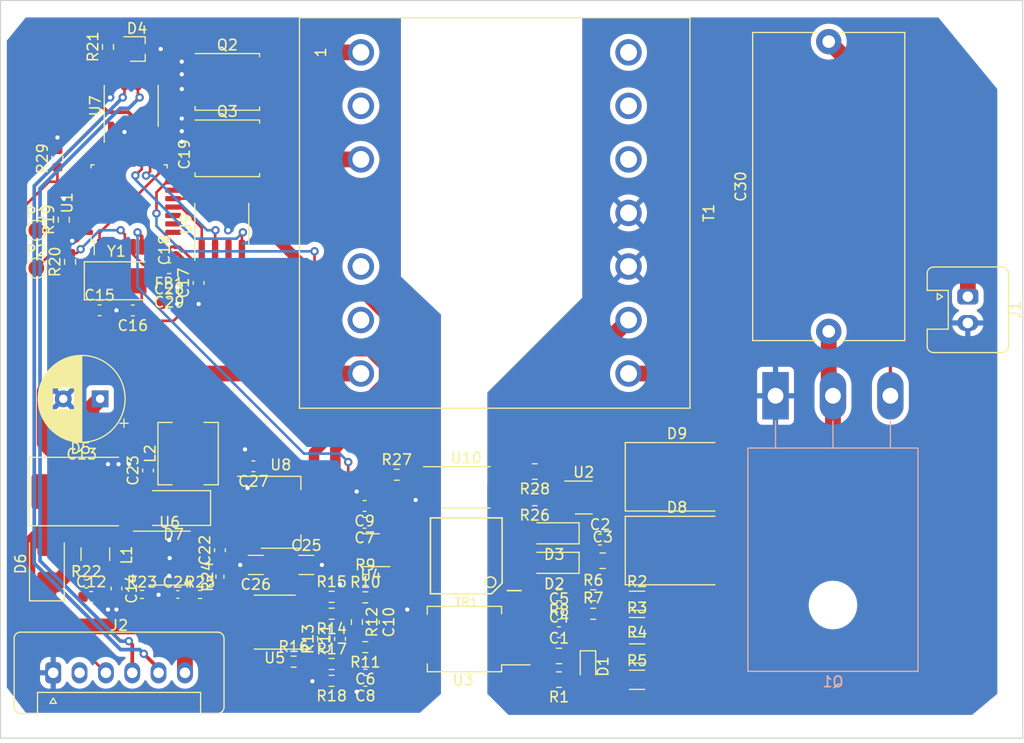
<source format=kicad_pcb>
(kicad_pcb (version 20240108) (generator "pcbnew") (generator_version "8.0")
  (layers (0 "F.Cu" signal) (31 "B.Cu" signal) (34 "B.Paste" user) (35 "F.Paste" user) (36 "B.SilkS" user "B.Silkscreen") (37 "F.SilkS" user "F.Silkscreen") (38 "B.Mask" user) (39 "F.Mask" user) (44 "Edge.Cuts" user))
  (net 0 "")
  (net 1 "/ISO+5V")
  (net 2 "GNDA")
  (net 3 "Net-(D2-K)")
  (net 4 "Net-(U3-VINP)")
  (net 5 "Net-(U3-VINN)")
  (net 6 "+3V3")
  (net 7 "GND")
  (net 8 "Net-(C10-Pad1)")
  (net 9 "Net-(C10-Pad2)")
  (net 10 "Net-(C11-Pad1)")
  (net 11 "Net-(C11-Pad2)")
  (net 12 "Net-(C12-Pad1)")
  (net 13 "Net-(U6-EN)")
  (net 14 "Net-(U1-PF0)")
  (net 15 "Net-(U1-PF1)")
  (net 16 "Net-(U6-SS)")
  (net 17 "Net-(U6-BOOT)")
  (net 18 "Net-(D7-K)")
  (net 19 "+5V")
  (net 20 "Net-(U6-FB)")
  (net 21 "+3.3V")
  (net 22 "Net-(U1-VDDA)")
  (net 23 "Net-(D1-A)")
  (net 24 "Net-(D2-A)")
  (net 25 "Net-(D3-A)")
  (net 26 "/CANL")
  (net 27 "/CANH")
  (net 28 "/12V_RAW")
  (net 29 "+12V")
  (net 30 "/HV_OUT")
  (net 31 "Net-(Q1-G)")
  (net 32 "Net-(Q2-G)")
  (net 33 "Net-(Q2-D)")
  (net 34 "Net-(Q3-G)")
  (net 35 "Net-(Q3-D)")
  (net 36 "Net-(R2-Pad2)")
  (net 37 "Net-(R3-Pad2)")
  (net 38 "Net-(R4-Pad2)")
  (net 39 "Net-(R5-Pad2)")
  (net 40 "Net-(U3-VOUTN)")
  (net 41 "Net-(U3-VOUTP)")
  (net 42 "Net-(U5A--)")
  (net 43 "Net-(U5A-+)")
  (net 44 "Net-(R16-Pad2)")
  (net 45 "Net-(D8-A)")
  (net 46 "/Boot0")
  (net 47 "Net-(P2-Pin_1)")
  (net 48 "Net-(U6-RT)")
  (net 49 "/IN_OUT")
  (net 50 "Net-(R27-Pad2)")
  (net 56 "/ENA")
  (net 57 "/ENB")
  (net 59 "Net-(U1-PA8)")
  (net 60 "Net-(U1-PA9)")
  (net 62 "/RXDCAN")
  (net 63 "/TXDCAN")
  (net 72 "Net-(U4-D1)")
  (net 73 "Net-(U4-D2)")
  (net 74 "Net-(R26-Pad2)")
  (net 75 "Net-(D9-A)")
  (net 76 "/HV")
  (net 77 "Net-(J1-Pin_1)")
  (net 78 "/IGN_IN")
  (footprint "Capacitor_SMD:C_0603_1608Metric" (layer "F.Cu") (at 167.6225 125.965 180)
    (property "Reference" "C6")
    (property "Value" "100n")
  )
  (footprint "Resistor_SMD:R_0402_1005Metric" (layer "F.Cu") (at 153.8225 117.675 90)
    (property "Reference" "R24")
    (property "Value" "12k")
  )
  (footprint "Package_SO:SOIC-8_3.9x4.9mm_P1.27mm" (layer "F.Cu") (at 154 84.2 90)
    (property "Reference" "U9")
    (property "Value" "FAN3223")
  )
  (footprint "Capacitor_SMD:C_0603_1608Metric" (layer "F.Cu") (at 148.9875 91.8)
    (property "Reference" "C28")
    (property "Value" "4.7uF")
  )
  (footprint "Capacitor_SMD:C_0805_2012Metric" (layer "F.Cu") (at 186 125.2)
    (property "Reference" "C1")
    (property "Value" "10u")
  )
  (footprint "Resistor_SMD:R_0603_1608Metric" (layer "F.Cu") (at 167.6225 119.64)
    (property "Reference" "R10")
    (property "Value" "100")
  )
  (footprint "Capacitor_THT:CP_Radial_D8.0mm_P3.50mm" (layer "F.Cu") (at 142.452651 100.8 180)
    (property "Reference" "C13")
    (property "Value" "56u")
  )
  (footprint "Capacitor_SMD:C_0603_1608Metric" (layer "F.Cu") (at 149 90.2 180)
    (property "Reference" "C29")
    (property "Value" "100nF")
  )
  (footprint "Transformer_THT:Transformer_EPCOS_B66359A1013T_Horizontal" (layer "F.Cu") (at 167.2 67.92 -90)
    (property "Reference" "T1")
    (property "Value" "~")
  )
  (footprint "Resistor_SMD:R_0603_1608Metric" (layer "F.Cu") (at 164.4225 127.565 180)
    (property "Reference" "R18")
    (property "Value" "3.3k")
  )
  (footprint "Capacitor_SMD:C_0603_1608Metric" (layer "F.Cu") (at 144 118.8 -90)
    (property "Reference" "C14")
    (property "Value" "1u")
  )
  (footprint "Inductor_SMD:L_1210_3225Metric" (layer "F.Cu") (at 142 115.54 90)
    (property "Reference" "L1")
    (property "Value" "2.2u")
  )
  (footprint "Package_TO_SOT_SMD:SOT-23-5" (layer "F.Cu") (at 168.1475 115.165 180)
    (property "Reference" "U4")
    (property "Value" "SN6501DBV")
  )
  (footprint "Resistor_SMD:R_0603_1608Metric" (layer "F.Cu") (at 167.6225 117.99)
    (property "Reference" "R9")
    (property "Value" "100")
  )
  (footprint "TestPoint:TestPoint_Pad_D1.5mm" (layer "F.Cu") (at 136.4 84.8)
    (property "Reference" "P1")
    (property "Value" "Pad")
  )
  (footprint "Capacitor_SMD:C_0603_1608Metric" (layer "F.Cu") (at 189.8975 114.165)
    (property "Reference" "C2")
    (property "Value" "100n")
  )
  (footprint "Resistor_SMD:R_0805_2012Metric" (layer "F.Cu") (at 183.7 107.7 180)
    (property "Reference" "R28")
    (property "Value" "4.7к")
  )
  (footprint "TestPoint:TestPoint_Pad_D1.5mm" (layer "F.Cu") (at 136.4 88.4)
    (property "Reference" "P2")
    (property "Value" "Pad")
  )
  (footprint "Capacitor_SMD:C_1206_3216Metric" (layer "F.Cu") (at 157.2225 116.565 180)
    (property "Reference" "C26")
    (property "Value" "10u")
  )
  (footprint "Resistor_SMD:R_0603_1608Metric" (layer "F.Cu") (at 164.4225 121.19 180)
    (property "Reference" "R14")
    (property "Value" "5.6k")
  )
  (footprint "Connector_Stocko:Stocko_MKS_1656-6-0-606_1x6_P2.50mm_Vertical" (layer "F.Cu") (at 138 126.8)
    (property "Reference" "J2")
    (property "Value" "Conn_01x06")
  )
  (footprint "Capacitor_SMD:C_0603_1608Metric" (layer "F.Cu") (at 168.4225 121.99 -90)
    (property "Reference" "C10")
    (property "Value" "2.2n")
  )
  (footprint "Package_TO_SOT_SMD:SOT-23-5" (layer "F.Cu") (at 188.3475 110.165)
    (property "Reference" "U2")
    (property "Value" "TPS76350")
  )
  (footprint "Connector_Stocko:Stocko_MKS_1652-6-0-202_1x2_P2.50mm_Vertical" (layer "F.Cu") (at 224.8 91.1 -90)
    (property "Reference" "J1")
    (property "Value" "Conn_01x02")
  )
  (footprint "Capacitor_SMD:C_0402_1005Metric" (layer "F.Cu") (at 149.8225 119.365)
    (property "Reference" "C24")
    (property "Value" "330p")
  )
  (footprint "Capacitor_SMD:C_0603_1608Metric" (layer "F.Cu") (at 186 122.95)
    (property "Reference" "C4")
    (property "Value" "100n")
  )
  (footprint "Capacitor_SMD:C_0201_0603Metric" (layer "F.Cu") (at 149.6 86.68 90)
    (property "Reference" "C18")
    (property "Value" "100n")
  )
  (footprint "Resistor_SMD:R_0603_1608Metric" (layer "F.Cu") (at 139 83.8 90)
    (property "Reference" "R19")
    (property "Value" "10K")
  )
  (footprint "Resistor_SMD:R_0805_2012Metric" (layer "F.Cu") (at 186 127.45 180)
    (property "Reference" "R1")
    (property "Value" "470")
  )
  (footprint "Resistor_SMD:R_1206_3216Metric" (layer "F.Cu") (at 193.41 127.465)
    (property "Reference" "R5")
    (property "Value" "470K")
  )
  (footprint "Package_TO_SOT_SMD:SOT-223-3_TabPin2" (layer "F.Cu") (at 159.5975 111.565)
    (property "Reference" "U8")
    (property "Value" "AMS1117-3.3")
  )
  (footprint "Resistor_SMD:R_1206_3216Metric" (layer "F.Cu") (at 193.41 124.965)
    (property "Reference" "R4")
    (property "Value" "470K")
  )
  (footprint "Diode_SMD:D_SMA" (layer "F.Cu") (at 149.4225 111.165 180)
    (property "Reference" "D7")
    (property "Value" "D_Schottky")
  )
  (footprint "Resistor_SMD:R_0603_1608Metric" (layer "F.Cu") (at 138.4 78 90)
    (property "Reference" "R29")
    (property "Value" "10K")
  )
  (footprint "Capacitor_SMD:C_0603_1608Metric" (layer "F.Cu") (at 167.5475 110.965 180)
    (property "Reference" "C9")
    (property "Value" "10u")
  )
  (footprint "Resistor_SMD:R_0402_1005Metric" (layer "F.Cu") (at 151.9325 119.365)
    (property "Reference" "R25")
    (property "Value" "68k")
  )
  (footprint "Package_QFP:LQFP-32_7x7mm_P0.8mm" (layer "F.Cu") (at 145.2 82.2 90)
    (property "Reference" "U1")
    (property "Value" "STM32F334K8Tx")
  )
  (footprint "Capacitor_SMD:C_1206_3216Metric" (layer "F.Cu") (at 162.0225 116.565)
    (property "Reference" "C25")
    (property "Value" "10u")
  )
  (footprint "Capacitor_SMD:C_0603_1608Metric" (layer "F.Cu") (at 167.5475 112.565 180)
    (property "Reference" "C7")
    (property "Value" "100n")
  )
  (footprint "Crystal:Crystal_SMD_5032-2Pin_5.0x3.2mm" (layer "F.Cu") (at 144 89.6)
    (property "Reference" "Y1")
    (property "Value" "8MHz")
  )
  (footprint "Capacitor_SMD:C_0805_2012Metric" (layer "F.Cu") (at 190.1475 116.165)
    (property "Reference" "C3")
    (property "Value" "10u")
  )
  (footprint "Resistor_SMD:R_1206_3216Metric" (layer "F.Cu") (at 193.41 119.965)
    (property "Reference" "R2")
    (property "Value" "470K")
  )
  (footprint "Diode_SMD:D_SMC" (layer "F.Cu") (at 197.2 115.2)
    (property "Reference" "D8")
    (property "Value" "ES3J")
  )
  (footprint "Resistor_SMD:R_0402_1005Metric" (layer "F.Cu") (at 141.1325 118.365)
    (property "Reference" "R22")
    (property "Value" "1")
  )
  (footprint "Capacitor_SMD:C_0603_1608Metric" (layer "F.Cu") (at 141.6 119.6)
    (property "Reference" "C12")
    (property "Value" "4.7u")
  )
  (footprint "Resistor_SMD:R_0603_1608Metric" (layer "F.Cu") (at 164.4225 119.59)
    (property "Reference" "R15")
    (property "Value" "33K")
  )
  (footprint "Package_SO:SOIC-8_3.9x4.9mm_P1.27mm" (layer "F.Cu") (at 159.0225 121.99 180)
    (property "Reference" "U5")
    (property "Value" "OPA2197IDR")
  )
  (footprint "Package_SO:SOIC-4_4.55x3.7mm_P2.54mm" (layer "F.Cu") (at 177.2 109.2)
    (property "Reference" "U10")
    (property "Value" "TLP185")
  )
  (footprint "Package_TO_SOT_SMD:TDSON-8-1" (layer "F.Cu") (at 154.525 70.72)
    (property "Reference" "Q2")
    (property "Value" "BSC026N08NS5")
  )
  (footprint "Resistor_SMD:R_0603_1608Metric" (layer "F.Cu") (at 167.6225 124.365 180)
    (property "Reference" "R11")
    (property "Value" "1k")
  )
  (footprint "Diode_SMD:D_SMC" (layer "F.Cu") (at 140.6 109.6)
    (property "Reference" "D5")
    (property "Value" "SM15T33CA")
  )
  (footprint "Resistor_SMD:R_0603_1608Metric" (layer "F.Cu") (at 143.2 67.4 90)
    (property "Reference" "R21")
    (property "Value" "120")
  )
  (footprint "Capacitor_SMD:C_0603_1608Metric" (layer "F.Cu") (at 153.8225 115.165 90)
    (property "Reference" "C22")
    (property "Value" "10n")
  )
  (footprint "Diode_SMD:D_SMC" (layer "F.Cu") (at 197.2 108.2)
    (property "Reference" "D9")
    (property "Value" "ES3J")
  )
  (footprint "Resistor_SMD:R_0603_1608Metric" (layer "F.Cu") (at 164.4225 125.965)
    (property "Reference" "R17")
    (property "Value" "10k")
  )
  (footprint "Capacitor_THT:C_Rect_L29.0mm_W14.2mm_P27.50mm_MKT" (layer "F.Cu") (at 211.6 94.4 90)
    (property "Reference" "C30")
    (property "Value" "5u")
  )
  (footprint "Capacitor_SMD:C_0603_1608Metric" (layer "F.Cu") (at 142.4 92.4)
    (property "Reference" "C15")
    (property "Value" "18pF")
  )
  (footprint "Diode_SMD:D_SOD-123" (layer "F.Cu") (at 185.5475 113.565 180)
    (property "Reference" "D3")
    (property "Value" "MBR0520")
  )
  (footprint "Resistor_SMD:R_0603_1608Metric" (layer "F.Cu") (at 163.6225 123.59 90)
    (property "Reference" "R13")
    (property "Value" "5.6k")
  )
  (footprint "Capacitor_SMD:C_0603_1608Metric" (layer "F.Cu") (at 151.8 89.8 90)
    (property "Reference" "C17")
    (property "Value" "4.7u")
  )
  (footprint "Package_SO:SOIC-8-1EP_3.9x4.9mm_P1.27mm_EP2.29x3mm" (layer "F.Cu") (at 149.0525 115.915)
    (property "Reference" "U6")
    (property "Value" "LMR14020")
  )
  (footprint "Package_SO:SOIC-8_3.9x4.9mm_P1.27mm" (layer "F.Cu") (at 145.4 73 90)
    (property "Reference" "U7")
    (property "Value" "TJA1051T-3")
  )
  (footprint "Capacitor_SMD:C_0603_1608Metric" (layer "F.Cu") (at 165.2225 123.59 90)
    (property "Reference" "C11")
    (property "Value" "220p")
  )
  (footprint "Diode_SMD:D_SMA" (layer "F.Cu") (at 137.4 116.4625 90)
    (property "Reference" "D6")
    (property "Value" "D_Schottky")
  )
  (footprint "Resistor_SMD:R_0805_2012Metric" (layer "F.Cu") (at 183.7 110.2 180)
    (property "Reference" "R26")
    (property "Value" "4.7к")
  )
  (footprint "LED_SMD:LED_0603_1608Metric" (layer "F.Cu") (at 188.75 126.2 -90)
    (property "Reference" "D1")
    (property "Value" "POWER")
  )
  (footprint "Package_TO_SOT_SMD:TDSON-8-1" (layer "F.Cu") (at 154.525 77.025)
    (property "Reference" "Q3")
    (property "Value" "BSC026N08NS5")
  )
  (footprint "Resistor_SMD:R_0603_1608Metric" (layer "F.Cu") (at 186 119.45 180)
    (property "Reference" "R8")
    (property "Value" "10")
  )
  (footprint "Inductor_SMD:L_0603_1608Metric" (layer "F.Cu") (at 149 88.4 180)
    (property "Reference" "FB1")
    (property "Value" "FerriteBead")
  )
  (footprint "Resistor_SMD:R_1206_3216Metric" (layer "F.Cu") (at 193.41 122.465)
    (property "Reference" "R3")
    (property "Value" "470K")
  )
  (footprint "Capacitor_SMD:C_0603_1608Metric" (layer "F.Cu") (at 167.6225 127.565 180)
    (property "Reference" "C8")
    (property "Value" "2.2u")
  )
  (footprint "Resistor_SMD:R_0603_1608Metric" (layer "F.Cu") (at 139.6 87.8 90)
    (property "Reference" "R20")
    (property "Value" "10K")
  )
  (footprint "Package_SO:SSO-8_6.8x5.9mm_P1.27mm_Clearance8mm" (layer "F.Cu") (at 177 123.6 180)
    (property "Reference" "U3")
    (property "Value" "AMC1301")
  )
  (footprint "Capacitor_SMD:C_0603_1608Metric" (layer "F.Cu") (at 147 107.6 90)
    (property "Reference" "C23")
    (property "Value" "100n")
  )
  (footprint "Resistor_SMD:R_0402_1005Metric" (layer "F.Cu") (at 146.4225 119.365)
    (property "Reference" "R23")
    (property "Value" "10k")
  )
  (footprint "ENNOID:WURTH-760390014" (layer "F.Cu") (at 177.2 115.7 180)
    (property "Reference" "TR1")
    (property "Value" "TRANSF5" (hide yes))
  )
  (footprint "Resistor_SMD:R_0603_1608Metric" (layer "F.Cu") (at 189.25 119.45)
    (property "Reference" "R6")
    (property "Value" "1k")
  )
  (footprint "Resistor_SMD:R_0603_1608Metric" (layer "F.Cu") (at 166.8225 121.99 -90)
    (property "Reference" "R12")
    (property "Value" "1k")
  )
  (footprint "Capacitor_SMD:C_0201_0603Metric" (layer "F.Cu") (at 149.4 77.6 -90)
    (property "Reference" "C19")
    (property "Value" "100n")
  )
  (footprint "Inductor_SMD:L_Sunlord_MWSA0503S" (layer "F.Cu") (at 150.8 106 90)
    (property "Reference" "L2")
    (property "Value" "10u")
  )
  (footprint "Resistor_SMD:R_0603_1608Metric" (layer "F.Cu") (at 189.25 121.2)
    (property "Reference" "R7")
    (property "Value" "1k")
  )
  (footprint "Diode_SMD:D_SOD-123" (layer "F.Cu") (at 185.5475 116.365 180)
    (property "Reference" "D2")
    (property "Value" "MBR0520")
  )
  (footprint "Resistor_SMD:R_0603_1608Metric" (layer "F.Cu") (at 160.8225 125.74)
    (property "Reference" "R16")
    (property "Value" "33K")
  )
  (footprint "Capacitor_SMD:C_0603_1608Metric" (layer "F.Cu") (at 145.555 92.415 180)
    (property "Reference" "C16")
    (property "Value" "18pF")
  )
  (footprint "Capacitor_SMD:C_0603_1608Metric" (layer "F.Cu") (at 186 121.2)
    (property "Reference" "C5")
    (property "Value" "330p")
  )
  (footprint "Capacitor_SMD:C_0603_1608Metric" (layer "F.Cu") (at 157 107.2 180)
    (property "Reference" "C27")
    (property "Value" "4.7u")
  )
  (footprint "Resistor_SMD:R_0603_1608Metric" (layer "F.Cu") (at 170.6 108)
    (property "Reference" "R27")
    (property "Value" "10K")
  )
  (footprint "Package_TO_SOT_SMD:SOT-323_SC-70" (layer "F.Cu") (at 146 67.6)
    (property "Reference" "D4")
    (property "Value" "PESD1CAN-UX")
  )
  (footprint "Package_TO_SOT_THT:TO-247-3_Horizontal_TabDown" (layer "B.Cu") (at 206.55 100.51)
    (property "Reference" "Q1")
    (property "Value" "TIC106")
  )
  (gr_rect (start 133 63) (end 230 133) (stroke (width 0.1)) (fill none) (layer "Edge.Cuts"))
  (segment (start 186.686592 108.4) (end 188.67 108.4) (width 0.25) (layer "F.Cu") (net 1))
  (segment (start 182.3475 125.505) (end 184.745 125.505) (width 0.25) (layer "F.Cu") (net 1))
  (segment (start 179.922116 111.4) (end 180.2 111.4) (width 0.25) (layer "F.Cu") (net 1))
  (segment (start 188.67 108.4) (end 189.485 109.215) (width 0.25) (layer "F.Cu") (net 1))
  (segment (start 181.715 125.505) (end 180.2 123.99) (width 0.25) (layer "F.Cu") (net 1))
  (segment (start 185.05 125.2) (end 185.05 123.125) (width 0.25) (layer "F.Cu") (net 1))
  (segment (start 180.2 123.99) (end 180.2 111.4) (width 0.25) (layer "F.Cu") (net 1))
  (segment (start 179.325 110.802884) (end 179.922116 111.4) (width 0.25) (layer "F.Cu") (net 1))
  (segment (start 186.2 110.1451) (end 186.2 108.886592) (width 0.25) (layer "F.Cu") (net 1))
  (segment (start 184.745 125.505) (end 185.05 125.2) (width 0.25) (layer "F.Cu") (net 1))
  (segment (start 185.0875 127.45) (end 185.0875 125.2375) (width 0.25) (layer "F.Cu") (net 1))
  (segment (start 179.325 109.055) (end 179.325 110.802884) (width 0.25) (layer "F.Cu") (net 1))
  (segment (start 186.2 108.886592) (end 186.686592 108.4) (width 0.25) (layer "F.Cu") (net 1))
  (segment (start 180.45 107.93) (end 179.325 109.055) (width 0.25) (layer "F.Cu") (net 1))
  (segment (start 185.05 123.125) (end 185.225 122.95) (width 0.25) (layer "F.Cu") (net 1))
  (segment (start 185.0875 125.2375) (end 185.05 125.2) (width 0.25) (layer "F.Cu") (net 1))
  (segment (start 180.2 111.4) (end 184.9451 111.4) (width 0.25) (layer "F.Cu") (net 1))
  (segment (start 184.9451 111.4) (end 186.2 110.1451) (width 0.25) (layer "F.Cu") (net 1))
  (segment (start 182.3475 125.505) (end 181.715 125.505) (width 0.25) (layer "F.Cu") (net 1))
  (segment (start 188.1975 110.8025) (end 187.885 111.115) (width 0.25) (layer "F.Cu") (net 3))
  (segment (start 187.1975 113.565) (end 188.5225 113.565) (width 0.25) (layer "F.Cu") (net 3))
  (segment (start 188.1975 109.540001) (end 188.1975 110.8025) (width 0.25) (layer "F.Cu") (net 3))
  (segment (start 187.872499 109.215) (end 188.1975 109.540001) (width 0.25) (layer "F.Cu") (net 3))
  (segment (start 187.1975 111.1275) (end 187.21 111.115) (width 0.25) (layer "F.Cu") (net 3))
  (segment (start 188.5225 113.565) (end 189.1225 114.165) (width 0.25) (layer "F.Cu") (net 3))
  (segment (start 187.1975 116.365) (end 188.9975 116.365) (width 0.25) (layer "F.Cu") (net 3))
  (segment (start 187.21 109.215) (end 187.872499 109.215) (width 0.25) (layer "F.Cu") (net 3))
  (segment (start 187.1975 113.565) (end 187.1975 111.1275) (width 0.25) (layer "F.Cu") (net 3))
  (segment (start 189.1225 116.09) (end 189.1975 116.165) (width 0.25) (layer "F.Cu") (net 3))
  (segment (start 189.1225 114.165) (end 189.1225 116.09) (width 0.25) (layer "F.Cu") (net 3))
  (segment (start 187.885 111.115) (end 187.21 111.115) (width 0.25) (layer "F.Cu") (net 3))
  (segment (start 188.9975 116.365) (end 189.1975 116.165) (width 0.25) (layer "F.Cu") (net 3))
  (segment (start 181.235 124.235) (end 182.3475 124.235) (width 0.25) (layer "F.Cu") (net 4))
  (segment (start 185.225 119.5) (end 185.175 119.45) (width 0.25) (layer "F.Cu") (net 4))
  (segment (start 185.225 121.2) (end 185.075 121.05) (width 0.25) (layer "F.Cu") (net 4))
  (segment (start 181.07 121.13) (end 181.07 124.07) (width 0.25) (layer "F.Cu") (net 4))
  (segment (start 181.15 121.05) (end 181.07 121.13) (width 0.25) (layer "F.Cu") (net 4))
  (segment (start 181.07 124.07) (end 181.235 124.235) (width 0.25) (layer "F.Cu") (net 4))
  (segment (start 185.075 121.05) (end 181.15 121.05) (width 0.25) (layer "F.Cu") (net 4))
  (segment (start 185.225 121.2) (end 185.225 119.5) (width 0.25) (layer "F.Cu") (net 4))
  (segment (start 183.945 122) (end 185.975 122) (width 0.25) (layer "F.Cu") (net 5))
  (segment (start 182.3475 122.965) (end 182.98 122.965) (width 0.25) (layer "F.Cu") (net 5))
  (segment (start 186.775 121.2) (end 188.425 121.2) (width 0.25) (layer "F.Cu") (net 5))
  (segment (start 182.98 122.965) (end 183.945 122) (width 0.25) (layer "F.Cu") (net 5))
  (segment (start 185.975 122) (end 186.775 121.2) (width 0.25) (layer "F.Cu") (net 5))
  (segment (start 172.095 115.165) (end 169.285 115.165) (width 0.25) (layer "F.Cu") (net 6))
  (segment (start 168.622501 115.165) (end 168 114.542499) (width 0.25) (layer "F.Cu") (net 6))
  (segment (start 169.285 115.165) (end 168.622501 115.165) (width 0.25) (layer "F.Cu") (net 6))
  (segment (start 168 114.542499) (end 168 112.8875) (width 0.25) (layer "F.Cu") (net 6))
  (segment (start 173.605 124.185) (end 172.285 125.505) (width 0.25) (layer "F.Cu") (net 6))
  (segment (start 168 112.8875) (end 168.3225 112.565) (width 0.25) (layer "F.Cu") (net 6))
  (segment (start 172.63 115.7) (end 172.095 115.165) (width 0.25) (layer "F.Cu") (net 6))
  (segment (start 173.605 116.675) (end 173.605 124.185) (width 0.25) (layer "F.Cu") (net 6))
  (segment (start 168.3975 125.965) (end 171.1925 125.965) (width 0.25) (layer "F.Cu") (net 6))
  (segment (start 168.3225 112.565) (end 168.3225 110.965) (width 0.25) (layer "F.Cu") (net 6))
  (segment (start 172.285 125.505) (end 171.6525 125.505) (width 0.25) (layer "F.Cu") (net 6))
  (segment (start 172.63 115.7) (end 173.605 116.675) (width 0.25) (layer "F.Cu") (net 6))
  (segment (start 168.3975 127.565) (end 168.3975 125.965) (width 0.25) (layer "F.Cu") (net 6))
  (segment (start 171.1925 125.965) (end 171.6525 125.505) (width 0.25) (layer "F.Cu") (net 6))
  (segment (start 149.375 79.4) (end 150 78.775) (width 0.35) (layer "F.Cu") (net 7))
  (segment (start 151.5275 115.28) (end 152.693118 115.28) (width 1) (layer "F.Cu") (net 7))
  (segment (start 155.7475 116.565) (end 155.1475 117.165) (width 0.35) (layer "F.Cu") (net 7))
  (segment (start 150 77.615478) (end 149.664522 77.28) (width 0.35) (layer "F.Cu") (net 7))
  (segment (start 147.965 119.365) (end 148 119.4) (width 0.35) (layer "F.Cu") (net 7))
  (segment (start 149.775 91.7875) (end 149.7625 91.8) (width 0.35) (layer "F.Cu") (net 7))
  (segment (start 167.01 114.215) (end 167.01 112.8025) (width 0.35) (layer "F.Cu") (net 7))
  (segment (start 165.2 118.4) (end 165.2 117.925) (width 0.35) (layer "F.Cu") (net 7))
  (segment (start 149.799999 87) (end 150.6 87.800001) (width 0.35) (layer "F.Cu") (net 7))
  (segment (start 144.765 92.4) (end 144.78 92.415) (width 0.35) (layer "F.Cu") (net 7))
  (segment (start 156.225 105.625) (end 156.2 105.6) (width 0.35) (layer "F.Cu") (net 7))
  (segment (start 139.8 85.8) (end 140.225 85.8) (width 0.35) (layer "F.Cu") (net 7))
  (segment (start 143.175 92.4) (end 144 92.4) (width 0.35) (layer "F.Cu") (net 7))
  (segment (start 147.4225 111.165) (end 145.565 111.165) (width 1) (layer "F.Cu") (net 7))
  (segment (start 165.2475 118.4475) (end 165.2 118.4) (width 0.35) (layer "F.Cu") (net 7))
  (segment (start 173.88 110.4) (end 173.95 110.47) (width 0.35) (layer "F.Cu") (net 7))
  (segment (start 151.625 75.12) (end 150.28 75.12) (width 1) (layer "F.Cu") (net 7))
  (segment (start 150.245 71.355) (end 150.2 71.4) (width 1) (layer "F.Cu") (net 7))
  (segment (start 150.6 89.375) (end 149.775 90.2) (width 0.35) (layer "F.Cu") (net 7))
  (segment (start 143.2 120.425) (end 142.375 119.6) (width 0.35) (layer "F.Cu") (net 7))
  (segment (start 151.625 70.085) (end 150.285 70.085) (width 1) (layer "F.Cu") (net 7))
  (segment (start 163.5625 127.6) (end 163.5975 127.565) (width 0.35) (layer "F.Cu") (net 7))
  (segment (start 146.9325 119.365) (end 147.965 119.365) (width 0.35) (layer "F.Cu") (net 7))
  (segment (start 150.2 68.8) (end 150.2 75.2) (width 1) (layer "F.Cu") (net 7))
  (segment (start 149.0525 115.915) (end 149.6875 115.28) (width 1) (layer "F.Cu") (net 7))
  (segment (start 148 118.6) (end 149 117.6) (width 0.35) (layer "F.Cu") (net 7))
  (segment (start 150.2 75.2) (end 150.2 76.4) (width 1) (layer "F.Cu") (net 7))
  (segment (start 166.7725 112.565) (end 166.7725 110.965) (width 0.35) (layer "F.Cu") (net 7))
  (segment (start 138.4 77.175) (end 138.4 76) (width 0.35) (layer "F.Cu") (net 7))
  (segment (start 167.01 112.8025) (end 166.7725 112.565) (width 0.35) (layer "F.Cu") (net 7))
  (segment (start 144 92.4) (end 144.765 92.4) (width 0.35) (layer "F.Cu") (net 7))
  (segment (start 139 82.975) (end 139 81.8) (width 0.35) (layer "F.Cu") (net 7))
  (segment (start 167.01 114.215) (end 167.01 116.115) (width 0.35) (layer "F.Cu") (net 7))
  (segment (start 166.8475 127.565) (end 166.8475 125.965) (width 0.35) (layer "F.Cu") (net 7))
  (segment (start 149.4 77.2) (end 150.2 76.4) (width 0.35) (layer "F.Cu") (net 7))
  (segment (start 149.6 87) (end 149.799999 87) (width 0.35) (layer "F.Cu") (net 7))
  (segment (start 144 109.6) (end 144 107) (width 1) (layer "F.Cu") (net 7))
  (segment (start 149.4 77.28) (end 149.4 77.2) (width 0.35) (layer "F.Cu") (net 7))
  (segment (start 144 107) (end 145.2 107) (width 1) (layer "F.Cu") (net 7))
  (segment (start 148 119.4) (end 148 118.6) (width 0.35) (layer "F.Cu") (net 7))
  (segment (start 151.625 77.66) (end 151.46 77.66) (width 1) (layer "F.Cu") (net 7))
  (segment (start 172.4 110.4) (end 173.88 110.4) (width 0.35) (layer "F.Cu") (net 7))
  (segment (start 153.583118 114.39) (end 153.8225 114.39) (width 1) (layer "F.Cu") (net 7))
  (segment (start 151.8 91.8) (end 151.8 90.575) (width 0.35) (layer "F.Cu") (net 7))
  (segment (start 149.664522 77.28) (end 149.4 77.28) (width 0.35) (layer "F.Cu") (net 7))
  (segment (start 162.6 127.6) (end 163.5625 127.6) (width 0.35) (layer "F.Cu") (net 7))
  (segment (start 143.4 72.2) (end 143.4 70.62) (width 0.35) (layer "F.Cu") (net 7))
  (segment (start 150.285 70.085) (end 150.2 70) (width 1) (layer "F.Cu") (net 7))
  (segment (start 166.7725 109.6275) (end 166.8 109.6) (width 0.35) (layer "F.Cu") (net 7))
  (segment (start 147 67.6) (end 148.2 67.6) (width 0.35) (layer "F.Cu") (net 7))
  (segment (start 150.215 68.815) (end 150.2 68.8) (width 1) (layer "F.Cu") (net 7))
  (segment (start 143.4 70.62) (end 143.495 70.525) (width 0.35) (layer "F.Cu") (net 7))
  (segment (start 143.2 120.8) (end 143.2 120.425) (width 0.35) (layer "F.Cu") (net 7))
  (segment (start 156.225 107.2) (end 156.225 105.625) (width 0.35) (layer "F.Cu") (net 7))
  (segment (start 151.625 71.355) (end 150.245 71.355) (width 1) (layer "F.Cu") (net 7))
  (segment (start 149.6875 115.28) (end 151.5275 115.28) (width 1) (layer "F.Cu") (net 7))
  (segment (start 144 119.575) (end 144 120.8) (width 0.35) (layer "F.Cu") (net 7))
  (segment (start 171.6525 120.8525) (end 171.6 120.8) (width 0.35) (layer "F.Cu") (net 7))
  (segment (start 151.625 68.815) (end 150.215 68.815) (width 1) (layer "F.Cu") (net 7))
  (segment (start 151.625 76.39) (end 150.21 76.39) (width 1) (layer "F.Cu") (net 7))
  (segment (start 155.1475 117.165) (end 153.8225 117.165) (width 0.35) (layer "F.Cu") (net 7))
  (segment (start 145.565 111.165) (end 144 109.6) (width 1) (layer "F.Cu") (net 7))
  (segment (start 165.2475 119.59) (end 165.2475 118.4475) (width 0.35) (layer "F.Cu") (net 7))
  (segment (start 152.693118 115.28) (end 153.583118 114.39) (width 1) (layer "F.Cu") (net 7))
  (segment (start 150.28 75.12) (end 150.2 75.2) (width 1) (layer "F.Cu") (net 7))
  (segment (start 150.6 87.800001) (end 150.6 89.375) (width 0.35) (layer "F.Cu") (net 7))
  (segment (start 140.225 85.8) (end 141.025 85) (width 0.35) (layer "F.Cu") (net 7))
  (segment (start 143.2 107) (end 144 107) (width 1) (layer "F.Cu") (net 7))
  (segment (start 165.2 117.925) (end 167.01 116.115) (width 0.35) (layer "F.Cu") (net 7))
  (segment (start 166.8 127.6125) (end 166.8475 127.565) (width 0.35) (layer "F.Cu") (net 7))
  (segment (start 149.775 90.2) (end 149.775 91.7875) (width 0.35) (layer "F.Cu") (net 7))
  (segment (start 151.46 77.66) (end 150.2 76.4) (width 1) (layer "F.Cu") (net 7))
  (segment (start 166.8 128.6) (end 166.8 127.6125) (width 0.35) (layer "F.Cu") (net 7))
  (segment (start 150.21 76.39) (end 150.2 76.4) (width 1) (layer "F.Cu") (net 7))
  (segment (start 150 78.775) (end 150 77.615478) (width 0.35) (layer "F.Cu") (net 7))
  (segment (start 171.6525 121.695) (end 171.6525 120.8525) (width 0.35) (layer "F.Cu") (net 7))
  (segment (start 166.7725 110.965) (end 166.7725 109.6275) (width 0.35) (layer "F.Cu") (net 7))
  (via (at 143.4 72.2) (size 0.8) (drill 0.4) (layers "F.Cu" "B.Cu") (net 7))
  (via (at 144 120.8) (size 0.8) (drill 0.4) (layers "F.Cu" "B.Cu") (net 7))
  (via (at 165.2 118.4) (size 0.8) (drill 0.4) (layers "F.Cu" "B.Cu") (net 7))
  (via (at 139 81.8) (size 0.8) (drill 0.4) (layers "F.Cu" "B.Cu") (net 7))
  (via (at 166.8 128.6) (size 0.8) (drill 0.4) (layers "F.Cu" "B.Cu") (net 7))
  (via (at 156.2 105.6) (size 0.8) (drill 0.4) (layers "F.Cu" "B.Cu") (net 7))
  (via (at 163.4975 116.565) (size 0.8) (drill 0.4) (layers "F.Cu" "B.Cu") (net 7))
  (via (at 143.2 107) (size 0.8) (drill 0.4) (layers "F.Cu" "B.Cu") (net 7))
  (via (at 166.8 109.6) (size 0.8) (drill 0.4) (layers "F.Cu" "B.Cu") (net 7))
  (via (at 138.4 76) (size 0.8) (drill 0.4) (layers "F.Cu" "B.Cu") (net 7))
  (via (at 154.6 84.8) (size 0.8) (drill 0.4) (layers "F.Cu" "B.Cu") (net 7))
  (via (at 149.7625 91.8) (size 0.8) (drill 0.4) (layers "F.Cu" "B.Cu") (net 7))
  (via (at 151.8 91.8) (size 0.8) (drill 0.4) (layers "F.Cu" "B.Cu") (net 7))
  (via (at 148.2 67.6) (size 0.8) (drill 0.4) (layers "F.Cu" "B.Cu") (net 7))
  (via (at 143.2 120.8) (size 0.8) (drill 0.4) (layers "F.Cu" "B.Cu") (net 7))
  (via (at 148 119.4) (size 0.8) (drill 0.4) (layers "F.Cu" "B.Cu") (net 7))
  (via (at 156.4475 109.265) (size 0.8) (drill 0.4) (layers "F.Cu" "B.Cu") (net 7))
  (via (at 144.765 75.475) (size 0.8) (drill 0.4) (layers "F.Cu" "B.Cu") (net 7))
  (via (at 150.2 71.4) (size 0.8) (drill 0.4) (layers "F.Cu" "B.Cu") (net 7))
  (via (at 150.2 76.4) (size 0.8) (drill 0.4) (layers "F.Cu" "B.Cu") (net 7))
  (via (at 149 117.6) (size 0.8) (drill 0.4) (layers "F.Cu" "B.Cu") (net 7))
  (via (at 144.2 107) (size 0.8) (drill 0.4) (layers "F.Cu" "B.Cu") (net 7))
  (via (at 139.8 85.8) (size 0.8) (drill 0.4) (layers "F.Cu" "B.Cu") (net 7))
  (via (at 162.6 127.6) (size 0.8) (drill 0.4) (layers "F.Cu" "B.Cu") (net 7))
  (via (at 145.2 107) (size 0.8) (drill 0.4) (layers "F.Cu" "B.Cu") (net 7))
  (via (at 149.775 90.2) (size 0.8) (drill 0.4) (layers "F.Cu" "B.Cu") (net 7))
  (via (at 150.2 75.4) (size 0.8) (drill 0.4) (layers "F.Cu" "B.Cu") (net 7))
  (via (at 172.4 110.4) (size 0.8) (drill 0.4) (layers "F.Cu" "B.Cu") (net 7))
  (via (at 150.2 74.2) (size 0.8) (drill 0.4) (layers "F.Cu" "B.Cu") (net 7))
  (via (at 150.2 68.8) (size 0.8) (drill 0.4) (layers "F.Cu" "B.Cu") (net 7))
  (via (at 149.0525 115.915) (size 0.8) (drill 0.4) (layers "F.Cu" "B.Cu") (net 7))
  (via (at 144 92.4) (size 0.8) (drill 0.4) (layers "F.Cu" "B.Cu") (net 7))
  (via (at 150.2 70) (size 0.8) (drill 0.4) (layers "F.Cu" "B.Cu") (net 7))
  (via (at 171.6 120.8) (size 0.8) (drill 0.4) (layers "F.Cu" "B.Cu") (net 7))
  (via (at 155.7475 116.565) (size 0.8) (drill 0.4) (layers "F.Cu" "B.Cu") (net 7))
  (via (at 149 114.2) (size 0.8) (drill 0.4) (layers "F.Cu" "B.Cu") (net 7))
  (segment (start 169.2225 122.015) (end 168.4225 121.215) (width 0.25) (layer "F.Cu") (net 8))
  (segment (start 169.2225 123.59) (end 169.2225 122.015) (width 0.25) (layer "F.Cu") (net 8))
  (segment (start 166.7975 117.99) (end 167.5225 118.715) (width 0.25) (layer "F.Cu") (net 8))
  (segment (start 168.4475 124.365) (end 169.2225 123.59) (width 0.25) (layer "F.Cu") (net 8))
  (segment (start 167.5225 120.315) (end 168.4225 121.215) (width 0.25) (layer "F.Cu") (net 8))
  (segment (start 167.5225 118.715) (end 167.5225 120.315) (width 0.25) (layer "F.Cu") (net 8))
  (segment (start 166.8225 119.665) (end 166.7975 119.64) (width 0.25) (layer "F.Cu") (net 9))
  (segment (start 168.4225 122.765) (end 166.8225 121.165) (width 0.25) (layer "F.Cu") (net 9))
  (segment (start 166.8225 121.165) (end 166.8225 119.665) (width 0.25) (layer "F.Cu") (net 9))
  (segment (start 163.6225 124.415) (end 165.1725 124.415) (width 0.25) (layer "F.Cu") (net 10))
  (segment (start 165.2225 124.365) (end 166.7975 124.365) (width 0.25) (layer "F.Cu") (net 10))
  (segment (start 165.1725 124.415) (end 165.2225 124.365) (width 0.25) (layer "F.Cu") (net 10))
  (segment (start 165.2225 121.215) (end 165.2475 121.19) (width 0.25) (layer "F.Cu") (net 11))
  (segment (start 165.2225 122.815) (end 166.8225 122.815) (width 0.25) (layer "F.Cu") (net 11))
  (segment (start 165.2225 122.815) (end 165.2225 121.215) (width 0.25) (layer "F.Cu") (net 11))
  (segment (start 141.6425 118.365) (end 141.6425 118.7825) (width 0.25) (layer "F.Cu") (net 12))
  (segment (start 141.6425 118.7825) (end 140.825 119.6) (width 0.25) (layer "F.Cu") (net 12))
  (segment (start 146.8 116) (end 146.2 116) (width 1.5) (layer "F.Cu") (net 13))
  (segment (start 141.6225 114.14) (end 144.34 114.14) (width 1.5) (layer "F.Cu") (net 13))
  (segment (start 144.6525 115.845) (end 144.8075 116) (width 1.5) (layer "F.Cu") (net 13))
  (segment (start 144.6525 116.155) (end 144.6525 118.025) (width 1.5) (layer "F.Cu") (net 13))
  (segment (start 144.6525 114.4525) (end 144.6525 115.845) (width 1.5) (layer "F.Cu") (net 13))
  (segment (start 141.6225 114.14) (end 141.6225 101.630151) (width 1.5) (layer "F.Cu") (net 13))
  (segment (start 141.6225 101.630151) (end 142.452651 100.8) (width 1.5) (layer "F.Cu") (net 13))
  (segment (start 144.34 114.14) (end 144.6525 114.4525) (width 1.5) (layer "F.Cu") (net 13))
  (segment (start 144.8075 116) (end 144.6525 116.155) (width 1.5) (layer "F.Cu") (net 13))
  (segment (start 144.6525 118.025) (end 144 118.025) (width 1.5) (layer "F.Cu") (net 13))
  (segment (start 144.8075 116) (end 146.8 116) (width 1.5) (layer "F.Cu") (net 13))
  (segment (start 141.625 92.4) (end 141.6 92.375) (width 0.25) (layer "F.Cu") (net 14))
  (segment (start 143.2 88.55) (end 142.15 89.6) (width 0.25) (layer "F.Cu") (net 14))
  (segment (start 143.2 86.375) (end 143.2 88.55) (width 0.25) (layer "F.Cu") (net 14))
  (segment (start 141.6 92.375) (end 141.6 90.15) (width 0.25) (layer "F.Cu") (net 14))
  (segment (start 141.6 90.15) (end 142.15 89.6) (width 0.25) (layer "F.Cu") (net 14))
  (segment (start 146.4 92.345) (end 146.33 92.415) (width 0.25) (layer "F.Cu") (net 15))
  (segment (start 144 88) (end 145.6 89.6) (width 0.25) (layer "F.Cu") (net 15))
  (segment (start 145.6 89.6) (end 145.85 89.6) (width 0.25) (layer "F.Cu") (net 15))
  (segment (start 145.85 89.6) (end 145.85 90.25) (width 0.25) (layer "F.Cu") (net 15))
  (segment (start 145.85 90.25) (end 146.4 90.8) (width 0.25) (layer "F.Cu") (net 15))
  (segment (start 146.4 90.8) (end 146.4 92.345) (width 0.25) (layer "F.Cu") (net 15))
  (segment (start 144 86.375) (end 144 88) (width 0.25) (layer "F.Cu") (net 15))
  (segment (start 151.5275 116.55) (end 153.2125 116.55) (width 0.25) (layer "F.Cu") (net 16))
  (segment (start 153.2125 116.55) (end 153.8225 115.94) (width 0.25) (layer "F.Cu") (net 16))
  (segment (start 146.5775 114.01) (end 147.552499 114.01) (width 0.3) (layer "F.Cu") (net 17))
  (segment (start 149.0225 110.2225) (end 147.175 108.375) (width 0.3) (layer "F.Cu") (net 17))
  (segment (start 149.0225 112.539999) (end 149.0225 110.2225) (width 0.3) (layer "F.Cu") (net 17))
  (segment (start 147.175 108.375) (end 147 108.375) (width 0.3) (layer "F.Cu") (net 17))
  (segment (start 147.552499 114.01) (end 149.0225 112.539999) (width 0.3) (layer "F.Cu") (net 17))
  (segment (start 151.5275 111.27) (end 151.4225 111.165) (width 1) (layer "F.Cu") (net 18))
  (segment (start 151.4225 111.165) (end 151.4225 108.6725) (width 1) (layer "F.Cu") (net 18))
  (segment (start 151.5275 114.01) (end 151.5275 111.27) (width 1) (layer "F.Cu") (net 18))
  (segment (start 150.8 108.05) (end 148.225 108.05) (width 0.35) (layer "F.Cu") (net 18))
  (segment (start 148.225 108.05) (end 147 106.825) (width 0.35) (layer "F.Cu") (net 18))
  (segment (start 151.4225 108.6725) (end 150.8 108.05) (width 1) (layer "F.Cu") (net 18))
  (segment (start 151.65 110.9375) (end 151.4225 111.165) (width 1) (layer "F.Cu") (net 18))
  (segment (start 160.5475 116.565) (end 162.7125 114.4) (width 1) (layer "F.Cu") (net 19))
  (segment (start 169.6 66.8) (end 169.6 80.2) (width 0.35) (layer "F.Cu") (net 19))
  (segment (start 169.6 80.2) (end 166.4 83.4) (width 0.35) (layer "F.Cu") (net 19))
  (segment (start 156.6475 117.5525) (end 156.6475 114.065) (width 0.25) (layer "F.Cu") (net 19))
  (segment (start 149.3425 119.674999) (end 149.677501 120.01) (width 0.25) (layer "F.Cu") (net 19))
  (segment (start 155.398762 83.4) (end 154.635 82.636238) (width 1) (layer "F.Cu") (net 19))
  (segment (start 146.035 75.475) (end 146.035 74.500001) (width 0.35) (layer "F.Cu") (net 19))
  (segment (start 154.635 82.635) (end 155.8 83.8) (width 0.35) (layer "F.Cu") (net 19))
  (segment (start 170.6 93.962283) (end 167.637717 91) (width 1) (layer "F.Cu") (net 19))
  (segment (start 154 105.15) (end 154 112.2675) (width 1) (layer "F.Cu") (net 19))
  (segment (start 164.6 91) (end 157 83.4) (width 1) (layer "F.Cu") (net 19))
  (segment (start 168 65.2) (end 169.6 66.8) (width 0.35) (layer "F.Cu") (net 19))
  (segment (start 158.6975 116.565) (end 158.6975 116.115) (width 1) (layer "F.Cu") (net 19))
  (segment (start 158.6975 116.115) (end 156.4475 113.865) (width 1) (layer "F.Cu") (net 19))
  (segment (start 141.6 72) (end 141.6 66.4) (width 0.35) (layer "F.Cu") (net 19))
  (segment (start 142.8 65.2) (end 168 65.2) (width 0.35) (layer "F.Cu") (net 19))
  (segment (start 156.6475 114.065) (end 156.4475 113.865) (width 0.25) (layer "F.Cu") (net 19))
  (segment (start 170.6 99.741421) (end 170.6 93.962283) (width 1) (layer "F.Cu") (net 19))
  (segment (start 164.2125 114.4) (end 164.775 113.8375) (width 1) (layer "F.Cu") (net 19))
  (segment (start 154.635 81.725) (end 154.635 82.635) (width 0.35) (layer "F.Cu") (net 19))
  (segment (start 145.134999 73.6) (end 143.2 73.6) (width 0.35) (layer "F.Cu") (net 19))
  (segment (start 143.2 73.6) (end 141.6 72) (width 0.35) (layer "F.Cu") (net 19))
  (segment (start 160.5475 116.565) (end 158.6975 116.565) (width 1) (layer "F.Cu") (net 19))
  (segment (start 146.035 74.500001) (end 145.134999 73.6) (width 0.35) (layer "F.Cu") (net 19))
  (segment (start 166.4 83.4) (end 157 83.4) (width 0.35) (layer "F.Cu") (net 19))
  (segment (start 156.4475 113.9525) (end 156.4 114) (width 0.25) (layer "F.Cu") (net 19))
  (segment (start 151.7975 120.01) (end 152.4425 119.365) (width 0.25) (layer "F.Cu") (net 19))
  (segment (start 155.5975 113.865) (end 156.4475 113.865) (width 1) (layer "F.Cu") (net 19))
  (segment (start 167.637717 91) (end 164.6 91) (width 1) (layer "F.Cu") (net 19))
  (segment (start 154.835 119.365) (end 156.6475 117.5525) (width 0.25) (layer "F.Cu") (net 19))
  (segment (start 149.3425 119.365) (end 149.3425 119.674999) (width 0.25) (layer "F.Cu") (net 19))
  (segment (start 152.4425 119.365) (end 154.835 119.365) (width 0.25) (layer "F.Cu") (net 19))
  (segment (start 157 83.4) (end 155.398762 83.4) (width 1) (layer "F.Cu") (net 19))
  (segment (start 151.05 104.2) (end 153.05 104.2) (width 1) (layer "F.Cu") (net 19))
  (segment (start 141.6 66.4) (end 142.8 65.2) (width 0.35) (layer "F.Cu") (net 19))
  (segment (start 154 112.2675) (end 155.5975 113.865) (width 1) (layer "F.Cu") (net 19))
  (segment (start 150.8 103.95) (end 151.05 104.2) (width 1) (layer "F.Cu") (net 19))
  (segment (start 162.7125 114.4) (end 164.2125 114.4) (width 1) (layer "F.Cu") (net 19))
  (segment (start 149.677501 120.01) (end 151.7975 120.01) (width 0.25) (layer "F.Cu") (net 19))
  (segment (start 154.635 82.636238) (end 154.635 81.725) (width 1) (layer "F.Cu") (net 19))
  (segment (start 156.4475 113.865) (end 156.4475 113.9525) (width 0.25) (layer "F.Cu") (net 19))
  (segment (start 164.775 113.8375) (end 164.775 105.566421) (width 1) (layer "F.Cu") (net 19))
  (segment (start 164.775 105.566421) (end 170.6 99.741421) (width 1) (layer "F.Cu") (net 19))
  (segment (start 153.05 104.2) (end 154 105.15) (width 1) (layer "F.Cu") (net 19))
  (segment (start 151.4225 117.925) (end 151.5275 117.82) (width 0.25) (layer "F.Cu") (net 20))
  (segment (start 150.3025 119.365) (end 151.4225 119.365) (width 0.25) (layer "F.Cu") (net 20))
  (segment (start 151.4225 119.365) (end 151.4225 117.925) (width 0.25) (layer "F.Cu") (net 20))
  (segment (start 151.5275 117.82) (end 153.4575 117.82) (width 0.25) (layer "F.Cu") (net 20))
  (segment (start 153.4575 117.82) (end 153.8225 118.185) (width 0.25) (layer "F.Cu") (net 20))
  (segment (start 150.55 92.271552) (end 149.421552 93.4) (width 0.25) (layer "F.Cu") (net 21))
  (segment (start 148 71.22) (end 148 78.025) (width 0.25) (layer "F.Cu") (net 21))
  (segment (start 148.012653 79.187348) (end 148.012653 79.437957) (width 0.25) (layer "F.Cu") (net 21))
  (segment (start 162.7475 105.896865) (end 169.4 99.244365) (width 1) (layer "F.Cu") (net 21))
  (segment (start 140.15 88.625) (end 142.4 86.375) (width 0.25) (layer "F.Cu") (net 21))
  (segment (start 162.7475 111.565) (end 162.7475 105.896865) (width 1) (layer "F.Cu") (net 21))
  (segment (start 148 79.174695) (end 148.012653 79.187348) (width 0.25) (layer "F.Cu") (net 21))
  (segment (start 149.24 86.36) (end 149.6 86.36) (width 0.25) (layer "F.Cu") (net 21))
  (segment (start 148.2125 88.4) (end 148.575 88.0375) (width 0.25) (layer "F.Cu") (net 21))
  (segment (start 151.4 87.8) (end 151.4 88.625) (width 0.25) (layer "F.Cu") (net 21))
  (segment (start 139.6 91.634052) (end 139.6 88.625) (width 0.25) (layer "F.Cu") (net 21))
  (segment (start 141.365948 93.4) (end 139.6 91.634052) (width 0.25) (layer "F.Cu") (net 21))
  (segment (start 149.421552 93.4) (end 141.365948 93.4) (width 0.25) (layer "F.Cu") (net 21))
  (segment (start 157.775 107.2) (end 158.8 108.225) (width 1) (layer "F.Cu") (net 21))
  (segment (start 149.96 86.36) (end 151.4 87.8) (width 0.25) (layer "F.Cu") (net 21))
  (segment (start 169.4 99.244365) (end 169.4 97.675) (width 1) (layer "F.Cu") (net 21))
  (segment (start 148 78.025) (end 148 79.174695) (width 0.25) (layer "F.Cu") (net 21))
  (segment (start 142.4 85.05061) (end 142.4 86.375) (width 0.25) (layer "F.Cu") (net 21))
  (segment (start 139.6 88.625) (end 140.15 88.625) (width 0.25) (layer "F.Cu") (net 21))
  (segment (start 148.575 87.025) (end 149.24 86.36) (width 0.25) (layer "F.Cu") (net 21))
  (segment (start 147.305 70.525) (end 148 71.22) (width 0.25) (layer "F.Cu") (net 21))
  (segment (start 156.4475 111.565) (end 158.8 111.565) (width 1) (layer "F.Cu") (net 21))
  (segment (start 150.55 90.275) (end 150.55 92.271552) (width 0.25) (layer "F.Cu") (net 21))
  (segment (start 168 96.275) (end 165.037564 96.275) (width 1) (layer "F.Cu") (net 21))
  (segment (start 157.787564 89.025) (end 151.8 89.025) (width 1) (layer "F.Cu") (net 21))
  (segment (start 149.6 86.36) (end 149.96 86.36) (width 0.25) (layer "F.Cu") (net 21))
  (segment (start 148.012653 79.437957) (end 142.4 85.05061) (width 0.25) (layer "F.Cu") (net 21))
  (segment (start 148.575 88.0375) (end 148.575 87.025) (width 0.25) (layer "F.Cu") (net 21))
  (segment (start 151.8 89.025) (end 150.55 90.275) (width 0.25) (layer "F.Cu") (net 21))
  (segment (start 148 78.025) (end 149.095 78.025) (width 0.25) (layer "F.Cu") (net 21))
  (segment (start 149.2 77.92) (end 149.4 77.92) (width 0.25) (layer "F.Cu") (net 21))
  (segment (start 158.8 108.225) (end 158.8 111.565) (width 1) (layer "F.Cu") (net 21))
  (segment (start 158.8 111.565) (end 162.7475 111.565) (width 1) (layer "F.Cu") (net 21))
  (segment (start 169.4 97.675) (end 168 96.275) (width 1) (layer "F.Cu") (net 21))
  (segment (start 165.037564 96.275) (end 157.787564 89.025) (width 1) (layer "F.Cu") (net 21))
  (segment (start 151.4 88.625) (end 151.8 89.025) (width 0.25) (layer "F.Cu") (net 21))
  (segment (start 149.095 78.025) (end 149.2 77.92) (width 0.25) (layer "F.Cu") (net 21))
  (segment (start 145.6 86.375) (end 145.6 87.124999) (width 0.25) (layer "F.Cu") (net 22))
  (segment (start 147.075 88.075) (end 147.45 88.45) (width 0.25) (layer "F.Cu") (net 22))
  (segment (start 148.225 90.2) (end 148.225 91.7875) (width 0.25) (layer "F.Cu") (net 22))
  (segment (start 147.45 88.45) (end 147.45 89.425) (width 0.25) (layer "F.Cu") (net 22))
  (segment (start 149.7875 88.6375) (end 148.225 90.2) (width 0.25) (layer "F.Cu") (net 22))
  (segment (start 145.6 87.124999) (end 146.550001 88.075) (width 0.25) (layer "F.Cu") (net 22))
  (segment (start 148.225 91.7875) (end 148.2125 91.8) (width 0.25) (layer "F.Cu") (net 22))
  (segment (start 147.45 89.425) (end 148.225 90.2) (width 0.25) (layer "F.Cu") (net 22))
  (segment (start 149.7875 88.4) (end 149.7875 88.6375) (width 0.25) (layer "F.Cu") (net 22))
  (segment (start 146.550001 88.075) (end 147.075 88.075) (width 0.25) (layer "F.Cu") (net 22))
  (segment (start 186.9125 127.45) (end 188.2875 127.45) (width 0.25) (layer "F.Cu") (net 23))
  (segment (start 188.2875 127.45) (end 188.75 126.9875) (width 0.25) (layer "F.Cu") (net 23))
  (segment (start 181.77 118.24) (end 182.0225 118.24) (width 0.25) (layer "F.Cu") (net 24))
  (segment (start 182.0225 118.24) (end 183.8975 116.365) (width 0.25) (layer "F.Cu") (net 24))
  (segment (start 181.77 113.16) (end 183.4925 113.16) (width 0.25) (layer "F.Cu") (net 25))
  (segment (start 183.4925 113.16) (end 183.8975 113.565) (width 0.25) (layer "F.Cu") (net 25))
  (segment (start 145.175 123.8) (end 145.5 124.125) (width 0.35) (layer "F.Cu") (net 26))
  (segment (start 145 66.95) (end 146.035 67.985) (width 0.25) (layer "F.Cu") (net 26))
  (segment (start 145 66.95) (end 143.575 66.95) (width 0.25) (layer "F.Cu") (net 26))
  (segment (start 146.035 72.035) (end 146.2 72.2) (width 0.25) (layer "F.Cu") (net 26))
  (segment (start 146.035 67.985) (end 146.035 70.525) (width 0.25) (layer "F.Cu") (net 26))
  (segment (start 145.5 124.125) (end 145.5 126.8) (width 0.35) (layer "F.Cu") (net 26))
  (segment (start 146.035 70.525) (end 146.035 72.035) (width 0.25) (layer "F.Cu") (net 26))
  (segment (start 143.575 66.95) (end 143.2 66.575) (width 0.25) (layer "F.Cu") (net 26))
  (via (at 146.2 72.2) (size 0.8) (drill 0.4) (layers "F.Cu" "B.Cu") (net 26))
  (via (at 145.175 123.8) (size 0.8) (drill 0.4) (layers "F.Cu" "B.Cu") (net 26))
  (segment (start 144.377818 123.8) (end 136.75 116.172182) (width 0.35) (layer "B.Cu") (net 26))
  (segment (start 136.75 116.172182) (end 136.75 80.827818) (width 0.35) (layer "B.Cu") (net 26))
  (segment (start 136.75 80.827818) (end 144.352818 73.225) (width 0.35) (layer "B.Cu") (net 26))
  (segment (start 144.352818 73.225) (end 145.175 73.225) (width 0.35) (layer "B.Cu") (net 26))
  (segment (start 145.175 73.225) (end 146.2 72.2) (width 0.35) (layer "B.Cu") (net 26))
  (segment (start 145.175 123.8) (end 144.377818 123.8) (width 0.35) (layer "B.Cu") (net 26))
  (segment (start 143.2 68.225) (end 144.975 68.225) (width 0.25) (layer "F.Cu") (net 27))
  (segment (start 144.765 72.035) (end 144.6 72.2) (width 0.25) (layer "F.Cu") (net 27))
  (segment (start 148 126.8) (end 148 126.4) (width 0.35) (layer "F.Cu") (net 27))
  (segment (start 144.765 70.525) (end 144.765 68.485) (width 0.25) (layer "F.Cu") (net 27))
  (segment (start 144.975 68.225) (end 145 68.25) (width 0.25) (layer "F.Cu") (net 27))
  (segment (start 144.765 70.525) (end 144.765 72.035) (width 0.25) (layer "F.Cu") (net 27))
  (segment (start 144.765 68.485) (end 145 68.25) (width 0.25) (layer "F.Cu") (net 27))
  (segment (start 148 126.4) (end 146.6 125) (width 0.35) (layer "F.Cu") (net 27))
  (via (at 144.6 72.2) (size 0.8) (drill 0.4) (layers "F.Cu" "B.Cu") (net 27))
  (via (at 146.6 125) (size 0.8) (drill 0.4) (layers "F.Cu" "B.Cu") (net 27))
  (segment (start 136.2 116.4) (end 136.2 80.6) (width 0.35) (layer "B.Cu") (net 27))
  (segment (start 144.4 124.6) (end 136.2 116.4) (width 0.35) (layer "B.Cu") (net 27))
  (segment (start 146.6 125) (end 146.2 124.6) (width 0.35) (layer "B.Cu") (net 27))
  (segment (start 146.2 124.6) (end 144.4 124.6) (width 0.35) (layer "B.Cu") (net 27))
  (segment (start 136.2 80.6) (end 144.6 72.2) (width 0.35) (layer "B.Cu") (net 27))
  (segment (start 136.2625 120.6625) (end 136.246016 120.6625) (width 1.5) (layer "F.Cu") (net 28))
  (segment (start 148.2 122.4) (end 138 122.4) (width 1.5) (layer "F.Cu") (net 28))
  (segment (start 150.5 124.7) (end 148.2 122.4) (width 1.5) (layer "F.Cu") (net 28))
  (segment (start 137.4 109.8) (end 137.2 109.6) (width 1.5) (layer "F.Cu") (net 28))
  (segment (start 135.55 119.966484) (end 135.55 114.85) (width 1.5) (layer "F.Cu") (net 28))
  (segment (start 136.246016 120.6625) (end 135.55 119.966484) (width 1.5) (layer "F.Cu") (net 28))
  (segment (start 137.4 113) (end 137.4 109.8) (width 1.5) (layer "F.Cu") (net 28))
  (segment (start 135.55 114.85) (end 137.4 113) (width 1.5) (layer "F.Cu") (net 28))
  (segment (start 138 122.4) (end 136.2625 120.6625) (width 1.5) (layer "F.Cu") (net 28))
  (segment (start 150.5 126.8) (end 150.5 124.7) (width 1.5) (layer "F.Cu") (net 28))
  (segment (start 137.202651 100.075126) (end 137.202651 105.002651) (width 1.5) (layer "F.Cu") (net 29))
  (segment (start 141.56289 116.94) (end 141.6225 116.94) (width 1) (layer "F.Cu") (net 29))
  (segment (start 140.6225 117.88039) (end 141.56289 116.94) (width 1) (layer "F.Cu") (net 29))
  (segment (start 139.695 116.94) (end 141.6225 116.94) (width 1.5) (layer "F.Cu") (net 29))
  (segment (start 138.877777 98.4) (end 137.202651 100.075126) (width 1.5) (layer "F.Cu") (net 29))
  (segment (start 139.9225 107.7225) (end 139.9225 113.063516) (width 1.5) (layer "F.Cu") (net 29))
  (segment (start 137.202651 105.002651) (end 139.9225 107.7225) (width 1.5) (layer "F.Cu") (net 29))
  (segment (start 139.695 113.291016) (end 139.695 116.94) (width 1.5) (layer "F.Cu") (net 29))
  (segment (start 167.2 98.4) (end 138.877777 98.4) (width 1.5) (layer "F.Cu") (net 29))
  (segment (start 139.9225 113.063516) (end 139.695 113.291016) (width 1.5) (layer "F.Cu") (net 29))
  (segment (start 140.6225 118.365) (end 140.6225 117.88039) (width 1) (layer "F.Cu") (net 29))
  (segment (start 138.1725 118.4625) (end 139.695 116.94) (width 1.5) (layer "F.Cu") (net 29))
  (segment (start 193.8 115.2) (end 195.2 116.6) (width 0.3) (layer "F.Cu") (net 30))
  (segment (start 193.4 115.6) (end 193.8 115.2) (width 0.3) (layer "F.Cu") (net 30))
  (segment (start 196.4 117.8) (end 193.8 115.2) (width 1.5) (layer "F.Cu") (net 30))
  (segment (start 211.6 100.11) (end 212 100.51) (width 1.5) (layer "F.Cu") (net 30))
  (segment (start 202.103984 117.8) (end 196.4 117.8) (width 1.5) (layer "F.Cu") (net 30))
  (segment (start 212 107.903984) (end 202.103984 117.8) (width 1.5) (layer "F.Cu") (net 30))
  (segment (start 193.4 118.5125) (end 193.4 115.6) (width 0.3) (layer "F.Cu") (net 30))
  (segment (start 211.6 94.4) (end 211.6 100.11) (width 1.5) (layer "F.Cu") (net 30))
  (segment (start 191.9475 119.965) (end 193.4 118.5125) (width 0.3) (layer "F.Cu") (net 30))
  (segment (start 193.8 115.2) (end 193.8 108.2) (width 1.5) (layer "F.Cu") (net 30))
  (segment (start 212 100.51) (end 212 107.903984) (width 1.5) (layer "F.Cu") (net 30))
  (segment (start 213.4 90.8) (end 217.45 94.85) (width 0.3) (layer "F.Cu") (net 31))
  (segment (start 191.4 90.8) (end 213.4 90.8) (width 0.3) (layer "F.Cu") (net 31))
  (segment (start 184.6125 97.5875) (end 191.4 90.8) (width 0.3) (layer "F.Cu") (net 31))
  (segment (start 217.45 94.85) (end 217.45 100.51) (width 0.3) (layer "F.Cu") (net 31))
  (segment (start 184.6125 107.7) (end 184.6125 97.5875) (width 0.3) (layer "F.Cu") (net 31))
  (segment (start 152.6 79.2) (end 152.6 73.6) (width 0.25) (layer "F.Cu") (net 32))
  (segment (start 155.2 80.2) (end 153.6 80.2) (width 0.25) (layer "F.Cu") (net 32))
  (segment (start 152.6 73.6) (end 151.625 72.625) (width 0.25) (layer "F.Cu") (net 32))
  (segment (start 155.905 81.725) (end 155.905 80.905) (width 0.25) (layer "F.Cu") (net 32))
  (segment (start 155.905 80.905) (end 155.2 80.2) (width 0.25) (layer "F.Cu") (net 32))
  (segment (start 153.6 80.2) (end 152.6 79.2) (width 0.25) (layer "F.Cu") (net 32))
  (segment (start 158.375 67.92) (end 155.575 70.72) (width 1.5) (layer "F.Cu") (net 33))
  (segment (start 167.2 67.92) (end 158.375 67.92) (width 1.5) (layer "F.Cu") (net 33))
  (segment (start 153.365 81.725) (end 153.365 81.1175) (width 0.25) (layer "F.Cu") (net 34))
  (segment (start 153.365 81.1175) (end 151.625 79.3775) (width 0.25) (layer "F.Cu") (net 34))
  (segment (start 151.625 79.3775) (end 151.625 78.93) (width 0.25) (layer "F.Cu") (net 34))
  (segment (start 156.63 78.08) (end 155.575 77.025) (width 1.5) (layer "F.Cu") (net 35))
  (segment (start 167.2 78.08) (end 156.63 78.08) (width 1.5) (layer "F.Cu") (net 35))
  (segment (start 192.3725 122.465) (end 191.9475 122.465) (width 0.25) (layer "F.Cu") (net 36))
  (segment (start 194.8725 119.965) (end 192.3725 122.465) (width 0.25) (layer "F.Cu") (net 36))
  (segment (start 194.8725 122.465) (end 192.3725 124.965) (width 0.25) (layer "F.Cu") (net 37))
  (segment (start 192.3725 124.965) (end 191.9475 124.965) (width 0.25) (layer "F.Cu") (net 37))
  (segment (start 192.3725 127.465) (end 191.9475 127.465) (width 0.3) (layer "F.Cu") (net 38))
  (segment (start 194.8725 124.965) (end 192.3725 127.465) (width 0.3) (layer "F.Cu") (net 38))
  (segment (start 190.4 124.6) (end 190.4 127.8) (width 0.25) (layer "F.Cu") (net 39))
  (segment (start 189.15 120.175) (end 189.15 123.35) (width 0.25) (layer "F.Cu") (net 39))
  (segment (start 193.6725 128.665) (end 194.8725 127.465) (width 0.25) (layer "F.Cu") (net 39))
  (segment (start 186.825 119.45) (end 188.425 119.45) (width 0.25) (layer "F.Cu") (net 39))
  (segment (start 189.15 123.35) (end 190.4 124.6) (width 0.25) (layer "F.Cu") (net 39))
  (segment (start 188.425 119.45) (end 189.15 120.175) (width 0.25) (layer "F.Cu") (net 39))
  (segment (start 190.4 127.8) (end 191.265 128.665) (width 0.25) (layer "F.Cu") (net 39))
  (segment (start 191.265 128.665) (end 193.6725 128.665) (width 0.25) (layer "F.Cu") (net 39))
  (segment (start 170.2 119.7425) (end 168.4475 117.99) (width 0.25) (layer "F.Cu") (net 40))
  (segment (start 171.6525 122.965) (end 171.02 122.965) (width 0.25) (layer "F.Cu") (net 40))
  (segment (start 170.2 122.145) (end 170.2 119.7425) (width 0.25) (layer "F.Cu") (net 40))
  (segment (start 171.02 122.965) (end 170.2 122.145) (width 0.25) (layer "F.Cu") (net 40))
  (segment (start 170.635 124.235) (end 171.6525 124.235) (width 0.25) (layer "F.Cu") (net 41))
  (segment (start 168.4475 119.64) (end 168.4475 119.8475) (width 0.25) (layer "F.Cu") (net 41))
  (segment (start 169.6725 121.0725) (end 169.6725 123.2725) (width 0.25) (layer "F.Cu") (net 41))
  (segment (start 169.6725 123.2725) (end 170.635 124.235) (width 0.25) (layer "F.Cu") (net 41))
  (segment (start 168.4475 119.8475) (end 169.6725 121.0725) (width 0.25) (layer "F.Cu") (net 41))
  (segment (start 161.116592 122.625) (end 159.9975 123.744092) (width 0.25) (layer "F.Cu") (net 42))
  (segment (start 161.4975 122.625) (end 161.116592 122.625) (width 0.25) (layer "F.Cu") (net 42))
  (segment (start 161.4975 122.625) (end 163.4825 122.625) (width 0.25) (layer "F.Cu") (net 42))
  (segment (start 163.4825 122.625) (end 163.6225 122.765) (width 0.25) (layer "F.Cu") (net 42))
  (segment (start 159.9975 123.744092) (end 159.9975 125.74) (width 0.25) (layer "F.Cu") (net 42))
  (segment (start 161.4975 121.355) (end 163.4325 121.355) (width 0.25) (layer "F.Cu") (net 43))
  (segment (start 163.4325 121.355) (end 163.5975 121.19) (width 0.25) (layer "F.Cu") (net 43))
  (segment (start 163.5975 121.19) (end 163.5975 119.59) (width 0.25) (layer "F.Cu") (net 43))
  (segment (start 163.5975 125.965) (end 161.8725 125.965) (width 0.25) (layer "F.Cu") (net 44))
  (segment (start 161.6475 124.045) (end 161.4975 123.895) (width 0.25) (layer "F.Cu") (net 44))
  (segment (start 161.8725 125.965) (end 161.6475 125.74) (width 0.25) (layer "F.Cu") (net 44))
  (segment (start 161.6475 125.74) (end 161.6475 124.045) (width 0.25) (layer "F.Cu") (net 44))
  (segment (start 197.6 112.2) (end 200.6 115.2) (width 1.5) (layer "F.Cu") (net 45))
  (segment (start 192.6 93.32) (end 189.6 96.32) (width 1.5) (layer "F.Cu") (net 45))
  (segment (start 189.6 99.4) (end 191.6 101.4) (width 1.5) (layer "F.Cu") (net 45))
  (segment (start 194 101.4) (end 197.6 105) (width 1.5) (layer "F.Cu") (net 45))
  (segment (start 189.6 96.32) (end 189.6 99.4) (width 1.5) (layer "F.Cu") (net 45))
  (segment (start 191.6 101.4) (end 194 101.4) (width 1.5) (layer "F.Cu") (net 45))
  (segment (start 197.6 105) (end 197.6 112.2) (width 1.5) (layer "F.Cu") (net 45))
  (segment (start 138.825 84.8) (end 139 84.625) (width 0.25) (layer "F.Cu") (net 46))
  (segment (start 139.425 84.2) (end 139 84.625) (width 0.25) (layer "F.Cu") (net 46))
  (segment (start 136.4 84.8) (end 138.825 84.8) (width 0.25) (layer "F.Cu") (net 46))
  (segment (start 141.025 84.2) (end 139.425 84.2) (width 0.25) (layer "F.Cu") (net 46))
  (segment (start 144.8 86.375) (end 144.8 86.2) (width 0.25) (layer "F.Cu") (net 47))
  (segment (start 137.825 86.975) (end 136.4 88.4) (width 0.25) (layer "F.Cu") (net 47))
  (segment (start 144.8 85.2) (end 144.4 84.8) (width 0.25) (layer "F.Cu") (net 47))
  (segment (start 139.6 86.975) (end 140.225 86.975) (width 0.25) (layer "F.Cu") (net 47))
  (segment (start 139.6 86.975) (end 137.825 86.975) (width 0.25) (layer "F.Cu") (net 47))
  (segment (start 140.225 86.975) (end 140.6 86.6) (width 0.25) (layer "F.Cu") (net 47))
  (segment (start 144.8 86.375) (end 144.8 85.2) (width 0.25) (layer "F.Cu") (net 47))
  (via (at 144.4 84.8) (size 0.8) (drill 0.4) (layers "F.Cu" "B.Cu") (net 47))
  (via (at 140.6 86.6) (size 0.8) (drill 0.4) (layers "F.Cu" "B.Cu") (net 47))
  (segment (start 140.6 86.6) (end 142.4 84.8) (width 0.25) (layer "B.Cu") (net 47))
  (segment (start 142.4 84.8) (end 144.4 84.8) (width 0.25) (layer "B.Cu") (net 47))
  (segment (start 146.5775 117.82) (end 146.5775 118.7) (width 0.25) (layer "F.Cu") (net 48))
  (segment (start 146.5775 118.7) (end 145.9125 119.365) (width 0.25) (layer "F.Cu") (net 48))
  (segment (start 148.78514 80.2) (end 149.375 80.2) (width 0.25) (layer "F.Cu") (net 49))
  (segment (start 148.3 80.68514) (end 148.78514 80.2) (width 0.25) (layer "F.Cu") (net 49))
  (segment (start 147.8 83.2) (end 147.8 81.2) (width 0.25) (layer "F.Cu") (net 49))
  (segment (start 171.425 93.620557) (end 171.425 106.35) (width 0.25) (layer "F.Cu") (net 49))
  (segment (start 162.8 88) (end 164.975 90.175) (width 0.25) (layer "F.Cu") (net 49))
  (segment (start 167.979443 90.175) (end 171.425 93.620557) (width 0.25) (layer "F.Cu") (net 49))
  (segment (start 147.8 81.2) (end 148.3 80.7) (width 0.25) (layer "F.Cu") (net 49))
  (segment (start 171.425 106.35) (end 169.775 108) (width 0.25) (layer "F.Cu") (net 49))
  (segment (start 148.3 80.7) (end 148.3 80.68514) (width 0.25) (layer "F.Cu") (net 49))
  (segment (start 162.8 86.8) (end 162.8 88) (width 0.25) (layer "F.Cu") (net 49))
  (segment (start 164.975 90.175) (end 167.979443 90.175) (width 0.25) (layer "F.Cu") (net 49))
  (via (at 162.8 86.8) (size 0.8) (drill 0.4) (layers "F.Cu" "B.Cu") (net 49))
  (via (at 147.8 83.2) (size 0.8) (drill 0.4) (layers "F.Cu" "B.Cu") (net 49))
  (segment (start 147.8 83.2) (end 147.8 84.4) (width 0.25) (layer "B.Cu") (net 49))
  (segment (start 147.8 84.4) (end 150.2 86.8) (width 0.25) (layer "B.Cu") (net 49))
  (segment (start 150.2 86.8) (end 162.8 86.8) (width 0.25) (layer "B.Cu") (net 49))
  (segment (start 173.88 108) (end 173.95 107.93) (width 0.25) (layer "F.Cu") (net 50))
  (segment (start 171.425 108) (end 173.88 108) (width 0.25) (layer "F.Cu") (net 50))
  (segment (start 149.375 82.6) (end 150.124999 82.6) (width 0.25) (layer "F.Cu") (net 56))
  (segment (start 152.095 84.570001) (end 152.095 86.675) (width 0.25) (layer "F.Cu") (net 56))
  (segment (start 150.124999 82.6) (end 152.095 84.570001) (width 0.25) (layer "F.Cu") (net 56))
  (segment (start 149.375 81.8) (end 152.02 81.8) (width 0.25) (layer "F.Cu") (net 57))
  (segment (start 152.02 81.8) (end 152.095 81.725) (width 0.25) (layer "F.Cu") (net 57))
  (segment (start 153.365 86.675) (end 153.365 84.835) (width 0.25) (layer "F.Cu") (net 59))
  (segment (start 146.812113 79.613192) (end 147.2 79.225305) (width 0.25) (layer "F.Cu") (net 59))
  (segment (start 147.2 79.225305) (end 147.2 78.025) (width 0.25) (layer "F.Cu") (net 59))
  (segment (start 153.365 84.835) (end 153.4 84.8) (width 0.25) (layer "F.Cu") (net 59))
  (via (at 153.4 84.8) (size 0.8) (drill 0.4) (layers "F.Cu" "B.Cu") (net 59))
  (via (at 146.812113 79.613192) (size 0.8) (drill 0.4) (layers "F.Cu" "B.Cu") (net 59))
  (segment (start 152.6 84.8) (end 153.4 84.8) (width 0.25) (layer "B.Cu") (net 59))
  (segment (start 147.413192 79.613192) (end 152.6 84.8) (width 0.25) (layer "B.Cu") (net 59))
  (segment (start 146.812113 79.613192) (end 147.413192 79.613192) (width 0.25) (layer "B.Cu") (net 59))
  (segment (start 155.905 86.675) (end 155.905 85.095) (width 0.25) (layer "F.Cu") (net 60))
  (segment (start 155.905 85.095) (end 156 85) (width 0.25) (layer "F.Cu") (net 60))
  (segment (start 146.4 79) (end 146.4 78.025) (width 0.25) (layer "F.Cu") (net 60))
  (segment (start 145.8 79.6) (end 146.4 79) (width 0.25) (layer "F.Cu") (net 60))
  (via (at 145.8 79.6) (size 0.8) (drill 0.4) (layers "F.Cu" "B.Cu") (net 60))
  (via (at 156 85) (size 0.8) (drill 0.4) (layers "F.Cu" "B.Cu") (net 60))
  (segment (start 145.8 79.6) (end 145.8 80) (width 0.25) (layer "B.Cu") (net 60))
  (segment (start 151.4 85.6) (end 155.4 85.6) (width 0.25) (layer "B.Cu") (net 60))
  (segment (start 145.8 80) (end 151.4 85.6) (width 0.25) (layer "B.Cu") (net 60))
  (segment (start 155.4 85.6) (end 156 85) (width 0.25) (layer "B.Cu") (net 60))
  (segment (start 146.625 76.775) (end 147.305 76.095) (width 0.25) (layer "F.Cu") (net 62))
  (segment (start 144.8 77.275001) (end 145.300001 76.775) (width 0.25) (layer "F.Cu") (net 62))
  (segment (start 144.8 78.025) (end 144.8 77.275001) (width 0.25) (layer "F.Cu") (net 62))
  (segment (start 147.305 76.095) (end 147.305 75.475) (width 0.25) (layer "F.Cu") (net 62))
  (segment (start 145.300001 76.775) (end 146.625 76.775) (width 0.25) (layer "F.Cu") (net 62))
  (segment (start 144 75.98) (end 144 78.025) (width 0.25) (layer "F.Cu") (net 63))
  (segment (start 143.495 75.475) (end 144 75.98) (width 0.25) (layer "F.Cu") (net 63))
  (segment (start 172.63 118.24) (end 171.41 118.24) (width 0.25) (layer "F.Cu") (net 72))
  (segment (start 171.41 118.24) (end 169.285 116.115) (width 0.25) (layer "F.Cu") (net 72))
  (segment (start 170.34 113.16) (end 169.285 114.215) (width 0.25) (layer "F.Cu") (net 73))
  (segment (start 172.63 113.16) (end 170.34 113.16) (width 0.25) (layer "F.Cu") (net 73))
  (segment (start 180.45 110.47) (end 182.5175 110.47) (width 0.25) (layer "F.Cu") (net 74))
  (segment (start 182.5175 110.47) (end 182.7875 110.2) (width 0.25) (layer "F.Cu") (net 74))
  (segment (start 182.7875 110.2) (end 182.7875 107.7) (width 0.25) (layer "F.Cu") (net 74))
  (segment (start 194.8 98.4) (end 200.6 104.2) (width 1.5) (layer "F.Cu") (net 75))
  (segment (start 192.6 98.4) (end 194.8 98.4) (width 1.5) (layer "F.Cu") (net 75))
  (segment (start 200.6 104.2) (end 200.6 108.2) (width 1.5) (layer "F.Cu") (net 75))
  (segment (start 165.6 108.8) (end 166 108.4) (width 0.25) (layer "F.Cu") (net 76))
  (segment (start 159.2725 126.2725) (end 159.2725 120.659092) (width 0.25) (layer "F.Cu") (net 76))
  (segment (start 164.21 117.79) (end 165.6 116.4) (width 0.25) (layer "F.Cu") (net 76))
  (segment (start 166 108.4) (end 166 106.8) (width 0.25) (layer "F.Cu") (net 76))
  (segment (start 162.141592 117.79) (end 164.21 117.79) (width 0.25) (layer "F.Cu") (net 76))
  (segment (start 164.4475 128.365) (end 161.365 128.365) (width 0.25) (layer "F.Cu") (net 76))
  (segment (start 165.2475 127.565) (end 165.2475 125.965) (width 0.25) (layer "F.Cu") (net 76))
  (segment (start 146.4 85.4) (end 146 85) (width 0.35) (layer "F.Cu") (net 76))
  (segment (start 146.4 86.375) (end 146.4 85.4) (width 0.35) (layer "F.Cu") (net 76))
  (segment (start 165.2475 127.565) (end 164.4475 128.365) (width 0.25) (layer "F.Cu") (net 76))
  (segment (start 159.2725 120.659092) (end 162.141592 117.79) (width 0.25) (layer "F.Cu") (net 76))
  (segment (start 161.365 128.365) (end 159.2725 126.2725) (width 0.25) (layer "F.Cu") (net 76))
  (segment (start 165.6 116.4) (end 165.6 108.8) (width 0.25) (layer "F.Cu") (net 76))
  (via (at 146 85) (size 0.8) (drill 0.4) (layers "F.Cu" "B.Cu") (net 76))
  (via (at 166 106.8) (size 0.8) (drill 0.4) (layers "F.Cu" "B.Cu") (net 76))
  (segment (start 146 90.2) (end 146 85) (width 0.25) (layer "B.Cu") (net 76))
  (segment (start 165.2 106) (end 161.8 106) (width 0.25) (layer "B.Cu") (net 76))
  (segment (start 166 106.8) (end 165.2 106) (width 0.25) (layer "B.Cu") (net 76))
  (segment (start 161.8 106) (end 146 90.2) (width 0.25) (layer "B.Cu") (net 76))
  (segment (start 211.6 66.9) (end 224.8 80.1) (width 1.5) (layer "F.Cu") (net 77))
  (segment (start 224.8 80.1) (end 224.8 91.1) (width 1.5) (layer "F.Cu") (net 77))
  (segment (start 138.6 80.2) (end 137.6 80.2) (width 0.25) (layer "F.Cu") (net 78))
  (segment (start 141.2 125) (end 143 126.8) (width 0.25) (layer "F.Cu") (net 78))
  (segment (start 138.4 80) (end 138.4 78.825) (width 0.25) (layer "F.Cu") (net 78))
  (segment (start 137.6 80.2) (end 134.4 83.4) (width 0.25) (layer "F.Cu") (net 78))
  (segment (start 141.025 80.2) (end 138.6 80.2) (width 0.25) (layer "F.Cu") (net 78))
  (segment (start 138.6 80.2) (end 138.4 80) (width 0.25) (layer "F.Cu") (net 78))
  (segment (start 138.8 125) (end 141.2 125) (width 0.25) (layer "F.Cu") (net 78))
  (segment (start 134.4 120.6) (end 138.8 125) (width 0.25) (layer "F.Cu") (net 78))
  (segment (start 134.4 83.4) (end 134.4 120.6) (width 0.25) (layer "F.Cu") (net 78))
  (zone (net 7) (net_name "GND") (layer "B.Cu") (connect_pads (clearance 0.5)) (min_thickness 0.25) (fill yes (thermal_gap 0.5) (thermal_bridge_width 0.5))
    (polygon (pts (xy 135.4 64.6) (xy 171 64.6) (xy 171 89.2) (xy 174.8 92.8) (xy 174.8 128.8) (xy 172.8 130.6) (xy 135.4 130.6) (xy 133.6 128.2) (xy 133.6 66.8)))
  )
  (zone (net 2) (net_name "GNDA") (layer "B.Cu") (priority 1) (connect_pads (clearance 0.5)) (min_thickness 0.25) (fill yes (thermal_gap 0.5) (thermal_bridge_width 0.5))
    (polygon (pts (xy 188.2 64.6) (xy 188.2 91.2) (xy 179.2 100.2) (xy 179.2 128.8) (xy 181.2 130.8) (xy 225.2 130.8) (xy 227.6 128.8) (xy 227.6 71.4) (xy 222 64.6)))
  )
)
</source>
